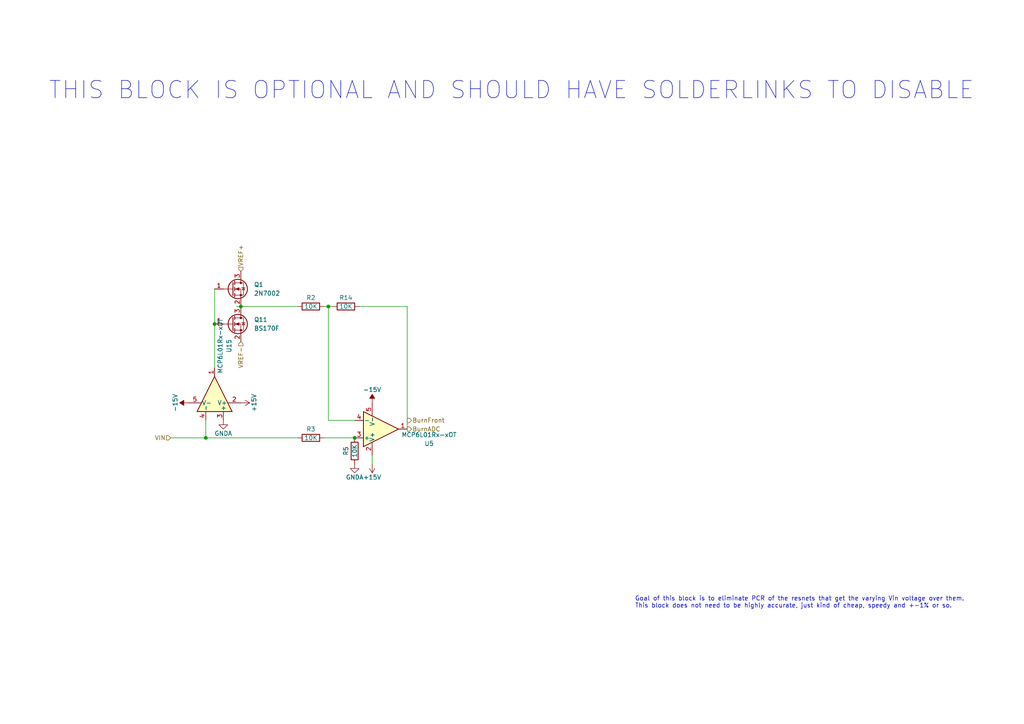
<source format=kicad_sch>
(kicad_sch (version 20230121) (generator eeschema)
  (paper "A4")
  (title_block (title "xMultislope-1v0") (date "2023-11-01"))
  (lib_symbols
    (symbol "Amplifier_Operational:MCP6L01Rx-xOT" (pin_names (offset 0.127))
      (property "Reference" "U" (at 0 5.08 0))
      (property "Value" "MCP6L01Rx-xOT" (at 0 -5.08 0))
      (symbol "MCP6L01Rx-xOT_0_1"
        (polyline (pts (xy -5.08 5.08) (xy 5.08 0) (xy -5.08 -5.08) (xy -5.08 5.08)) (stroke (width 0.254)) (fill (type background)))
        (pin power_in line (at -2.54 7.62 270) (length 3.81) (name "V+") (number "2"))
        (pin power_in line (at -2.54 -7.62 90) (length 3.81) (name "V-") (number "5"))
      )
      (symbol "MCP6L01Rx-xOT_1_1"
        (pin output line (at 7.62 0 180) (length 2.54) (name "~") (number "1"))
        (pin input line (at -7.62 2.54 0) (length 2.54) (name "+") (number "3"))
        (pin input line (at -7.62 -2.54 0) (length 2.54) (name "-") (number "4"))
      )
    )
    (symbol "Device:R" (pin_numbers hide) (pin_names (offset 0))
      (property "Reference" "R" (at 2.032 0 90))
      (property "Value" "R" (at 0 0 90))
      (symbol "R_0_1"
        (rectangle (start -1.016 -2.54) (end 1.016 2.54) (stroke (width 0.254)))
      )
      (symbol "R_1_1"
        (pin passive line (at 0 3.81 270) (length 1.27) (name "~") (number "1"))
        (pin passive line (at 0 -3.81 90) (length 1.27) (name "~") (number "2"))
      )
    )
    (symbol "Transistor_FET:2N7002" (pin_names hide)
      (property "Reference" "Q" (at 5.08 1.905 0))
      (property "Value" "2N7002" (at 5.08 0 0))
      (symbol "2N7002_0_1"
        (polyline (pts (xy 0.254 0) (xy -2.54 0)))
        (polyline (pts (xy 0.254 1.905) (xy 0.254 -1.905)) (stroke (width 0.254)))
        (polyline (pts (xy 0.762 -1.27) (xy 0.762 -2.286)) (stroke (width 0.254)))
        (polyline (pts (xy 0.762 0.508) (xy 0.762 -0.508)) (stroke (width 0.254)))
        (polyline (pts (xy 0.762 2.286) (xy 0.762 1.27)) (stroke (width 0.254)))
        (polyline (pts (xy 2.54 2.54) (xy 2.54 1.778)))
        (polyline (pts (xy 2.54 -2.54) (xy 2.54 0) (xy 0.762 0)))
        (polyline (pts (xy 0.762 -1.778) (xy 3.302 -1.778) (xy 3.302 1.778) (xy 0.762 1.778)))
        (polyline (pts (xy 1.016 0) (xy 2.032 0.381) (xy 2.032 -0.381) (xy 1.016 0)) (fill (type outline)))
        (polyline (pts (xy 2.794 0.508) (xy 2.921 0.381) (xy 3.683 0.381) (xy 3.81 0.254)))
        (polyline (pts (xy 3.302 0.381) (xy 2.921 -0.254) (xy 3.683 -0.254) (xy 3.302 0.381)))
        (circle (center 1.651 0) (radius 2.794) (stroke (width 0.254)))
        (circle (center 2.54 -1.778) (radius 0.254) (fill (type outline)))
        (circle (center 2.54 1.778) (radius 0.254) (fill (type outline)))
      )
      (symbol "2N7002_1_1"
        (pin input line (at -5.08 0 0) (length 2.54) (name "G") (number "1"))
        (pin passive line (at 2.54 -5.08 90) (length 2.54) (name "S") (number "2"))
        (pin passive line (at 2.54 5.08 270) (length 2.54) (name "D") (number "3"))
      )
    )
    (symbol "Transistor_FET:BS170F" (pin_names hide)
      (property "Reference" "Q" (at 5.08 1.905 0))
      (property "Value" "BS170F" (at 5.08 0 0))
      (symbol "BS170F_0_1"
        (polyline (pts (xy 0.254 0) (xy -2.54 0)))
        (polyline (pts (xy 0.254 1.905) (xy 0.254 -1.905)) (stroke (width 0.254)))
        (polyline (pts (xy 0.762 -1.27) (xy 0.762 -2.286)) (stroke (width 0.254)))
        (polyline (pts (xy 0.762 0.508) (xy 0.762 -0.508)) (stroke (width 0.254)))
        (polyline (pts (xy 0.762 2.286) (xy 0.762 1.27)) (stroke (width 0.254)))
        (polyline (pts (xy 2.54 2.54) (xy 2.54 1.778)))
        (polyline (pts (xy 2.54 -2.54) (xy 2.54 0) (xy 0.762 0)))
        (polyline (pts (xy 0.762 -1.778) (xy 3.302 -1.778) (xy 3.302 1.778) (xy 0.762 1.778)))
        (polyline (pts (xy 1.016 0) (xy 2.032 0.381) (xy 2.032 -0.381) (xy 1.016 0)) (fill (type outline)))
        (polyline (pts (xy 2.794 0.508) (xy 2.921 0.381) (xy 3.683 0.381) (xy 3.81 0.254)))
        (polyline (pts (xy 3.302 0.381) (xy 2.921 -0.254) (xy 3.683 -0.254) (xy 3.302 0.381)))
        (circle (center 1.651 0) (radius 2.794) (stroke (width 0.254)))
        (circle (center 2.54 -1.778) (radius 0.254) (fill (type outline)))
        (circle (center 2.54 1.778) (radius 0.254) (fill (type outline)))
      )
      (symbol "BS170F_1_1"
        (pin input line (at -5.08 0 0) (length 2.54) (name "G") (number "1"))
        (pin passive line (at 2.54 -5.08 90) (length 2.54) (name "S") (number "2"))
        (pin passive line (at 2.54 5.08 270) (length 2.54) (name "D") (number "3"))
      )
    )
    (symbol "power:+15V" (power) (pin_names (offset 0))
      (property "Value" "+15V" (at 0 3.556 0))
      (symbol "+15V_0_1"
        (polyline (pts (xy -0.762 1.27) (xy 0 2.54)))
        (polyline (pts (xy 0 0) (xy 0 2.54)))
        (polyline (pts (xy 0 2.54) (xy 0.762 1.27)))
      )
      (symbol "+15V_1_1"
        (pin power_in line (at 0 0 90) (length 0) hide (name "+15V") (number "1"))
      )
    )
    (symbol "power:-15V" (power) (pin_names (offset 0))
      (property "Value" "-15V" (at 0 3.81 0))
      (symbol "-15V_0_0"
        (pin power_in line (at 0 0 90) (length 0) hide (name "-15V") (number "1"))
      )
      (symbol "-15V_0_1"
        (polyline (pts (xy 0 0) (xy 0 1.27) (xy 0.762 1.27) (xy 0 2.54) (xy -0.762 1.27) (xy 0 1.27)) (fill (type outline)))
      )
    )
    (symbol "power:GNDA" (power) (pin_names (offset 0))
      (property "Value" "GNDA" (at 0 -3.81 0))
      (symbol "GNDA_0_1"
        (polyline (pts (xy 0 0) (xy 0 -1.27) (xy 1.27 -1.27) (xy 0 -2.54) (xy -1.27 -1.27) (xy 0 -1.27)))
      )
      (symbol "GNDA_1_1"
        (pin power_in line (at 0 0 270) (length 0) hide (name "GNDA") (number "1"))
      )
    )
  )
  (junction (at 95.25 88.9))
  (junction (at 69.85 88.9))
  (junction (at 102.87 127))
  (junction (at 59.69 127))
  (junction (at 62.23 93.98))
  (wire (pts (xy 95.25 121.92) (xy 102.87 121.92)))
  (wire (pts (xy 118.11 88.9) (xy 118.11 124.46)))
  (wire (pts (xy 62.23 93.98) (xy 62.23 106.68)))
  (wire (pts (xy 59.69 127) (xy 59.69 121.92)))
  (wire (pts (xy 95.25 88.9) (xy 95.25 121.92)))
  (wire (pts (xy 69.85 88.9) (xy 68.58 88.9)))
  (wire (pts (xy 86.36 88.9) (xy 69.85 88.9)))
  (wire (pts (xy 104.14 88.9) (xy 118.11 88.9)))
  (wire (pts (xy 107.95 134.62) (xy 107.95 132.08)))
  (wire (pts (xy 62.23 83.82) (xy 62.23 93.98)))
  (wire (pts (xy 59.69 127) (xy 86.36 127)))
  (wire (pts (xy 96.52 88.9) (xy 95.25 88.9)))
  (wire (pts (xy 93.98 127) (xy 102.87 127)))
  (wire (pts (xy 95.25 88.9) (xy 93.98 88.9)))
  (wire (pts (xy 49.53 127) (xy 59.69 127)))
  (text "Goal of this block is to eliminate PCR of the resnets that get the varying Vin voltage over them.\nThis block does not need to be highly accurate, just kind of cheap, speedy and +-1% or so." (at 184.15 176.53 0) (effects (font (size 1.27 1.27)) (justify left bottom)))
  (text "THIS BLOCK IS OPTIONAL AND SHOULD HAVE SOLDERLINKS TO DISABLE" (at 13.97 29.21 0) (effects (font (size 5 5)) (justify left bottom)))
  (hierarchical_label "VREF-" (shape input) (at 69.85 99.06 270))
  (hierarchical_label "BurnADC" (shape output) (at 118.11 124.46 0))
  (hierarchical_label "VIN" (shape input) (at 49.53 127 180))
  (hierarchical_label "VREF+" (shape input) (at 69.85 78.74 90))
  (hierarchical_label "BurnFront" (shape output) (at 118.11 121.92 0))
  (symbol (lib_id "power:-15V") (at 54.61 116.84 90) (mirror x) (unit 1)
    (property "Reference" "#PWR051" (effects hide))
    (property "Value" "-15V" (at 50.8 116.84 0))
    (instances (project "xMultislope-1v0" (path "" (reference "#PWR051") (unit 1))) (project "ADC" (path "" (reference "#PWR040") (unit 1))))
  )
  (symbol (lib_id "Device:R") (at 90.17 127 90) (unit 1)
    (property "Reference" "R3" (at 90.17 124.46 90))
    (property "Value" "10K" (at 90.17 127 90))
    (property "Footprint" "Resistor_SMD:R_0805_2012Metric_Pad1.20x1.40mm_HandSolder" (effects hide))
    (instances (project "xMultislope-1v0" (path "" (reference "R3") (unit 1))) (project "ADC" (path "" (reference "R9") (unit 1))))
  )
  (symbol (lib_id "power:+15V") (at 107.95 134.62 180) (unit 1)
    (property "Reference" "#PWR037" (effects hide))
    (property "Value" "+15V" (at 107.95 138.43 0))
    (instances (project "xMultislope-1v0" (path "" (reference "#PWR037") (unit 1))) (project "ADC" (path "" (reference "#PWR046") (unit 1))))
  )
  (symbol (lib_id "power:GNDA") (at 64.77 121.92 0) (unit 1)
    (property "Reference" "#PWR053" (effects hide))
    (property "Value" "GNDA" (at 64.77 125.73 0))
    (instances (project "xMultislope-1v0" (path "" (reference "#PWR053") (unit 1))) (project "ADC" (path "" (reference "#PWR026") (unit 1))))
  )
  (symbol (lib_id "power:+15V") (at 69.85 116.84 270) (mirror x) (unit 1)
    (property "Reference" "#PWR040" (effects hide))
    (property "Value" "+15V" (at 73.66 116.84 0))
    (instances (project "xMultislope-1v0" (path "" (reference "#PWR040") (unit 1))) (project "ADC" (path "" (reference "#PWR046") (unit 1))))
  )
  (symbol (lib_id "power:GNDA") (at 102.87 134.62 0) (unit 1)
    (property "Reference" "#PWR054" (effects hide))
    (property "Value" "GNDA" (at 102.87 138.43 0))
    (instances (project "xMultislope-1v0" (path "" (reference "#PWR054") (unit 1))) (project "ADC" (path "" (reference "#PWR026") (unit 1))))
  )
  (symbol (lib_id "Device:R") (at 102.87 130.81 180) (unit 1)
    (property "Reference" "R5" (at 100.33 130.81 90))
    (property "Value" "10K" (at 102.87 130.81 90))
    (property "Footprint" "Resistor_SMD:R_0805_2012Metric_Pad1.20x1.40mm_HandSolder" (effects hide))
    (instances (project "xMultislope-1v0" (path "" (reference "R5") (unit 1))) (project "ADC" (path "" (reference "R9") (unit 1))))
  )
  (symbol (lib_id "Transistor_FET:BS170F") (at 67.31 93.98 0) (unit 1)
    (property "Reference" "Q11" (at 73.66 92.71 0) (effects (justify left)))
    (property "Value" "BS170F" (at 73.66 95.25 0) (effects (justify left)))
    (property "Footprint" "Package_TO_SOT_SMD:SOT-23" (effects hide))
    (property "Datasheet" "http://www.diodes.com/assets/Datasheets/BS170F.pdf" (effects hide))
  )
  (symbol (lib_id "power:-15V") (at 107.95 116.84 0) (unit 1)
    (property "Reference" "#PWR052" (effects hide))
    (property "Value" "-15V" (at 107.95 113.03 0))
    (instances (project "xMultislope-1v0" (path "" (reference "#PWR052") (unit 1))) (project "ADC" (path "" (reference "#PWR040") (unit 1))))
  )
  (symbol (lib_id "Transistor_FET:2N7002") (at 67.31 83.82 0) (unit 1)
    (property "Reference" "Q1" (at 73.66 82.55 0) (effects (justify left)))
    (property "Value" "2N7002" (at 73.66 85.09 0) (effects (justify left)))
    (property "Footprint" "Package_TO_SOT_SMD:SOT-23" (effects hide))
    (property "Datasheet" "https://www.onsemi.com/pub/Collateral/NDS7002A-D.PDF" (effects hide))
  )
  (symbol (lib_id "Device:R") (at 90.17 88.9 90) (unit 1)
    (property "Reference" "R2" (at 90.17 86.36 90))
    (property "Value" "10K" (at 90.17 88.9 90))
    (property "Footprint" "Resistor_SMD:R_0805_2012Metric_Pad1.20x1.40mm_HandSolder" (effects hide))
    (instances (project "xMultislope-1v0" (path "" (reference "R2") (unit 1))) (project "ADC" (path "" (reference "R9") (unit 1))))
  )
  (symbol (lib_id "Amplifier_Operational:MCP6L01Rx-xOT") (at 110.49 124.46 0) (mirror x) (unit 1)
    (property "Reference" "U5" (at 124.46 128.6509 0))
    (property "Value" "MCP6L01Rx-xOT" (at 124.46 126.1109 0))
    (property "Footprint" "Package_TO_SOT_SMD:SOT-23-5" (effects hide))
    (property "Datasheet" "http://ww1.microchip.com/downloads/en/devicedoc/22140b.pdf" (effects hide))
  )
  (symbol (lib_id "Device:R") (at 100.33 88.9 90) (unit 1)
    (property "Reference" "R14" (at 100.33 86.36 90))
    (property "Value" "10K" (at 100.33 88.9 90))
    (property "Footprint" "Resistor_SMD:R_0805_2012Metric_Pad1.20x1.40mm_HandSolder" (effects hide))
    (instances (project "xMultislope-1v0" (path "" (reference "R14") (unit 1))) (project "ADC" (path "" (reference "R9") (unit 1))))
  )
  (symbol (lib_id "Amplifier_Operational:MCP6L01Rx-xOT") (at 62.23 114.3 270) (mirror x) (unit 1)
    (property "Reference" "U15" (at 66.4209 100.33 0))
    (property "Value" "MCP6L01Rx-xOT" (at 63.8809 100.33 0))
    (property "Footprint" "Package_TO_SOT_SMD:SOT-23-5" (effects hide))
    (property "Datasheet" "http://ww1.microchip.com/downloads/en/devicedoc/22140b.pdf" (effects hide))
  )
)
</source>
